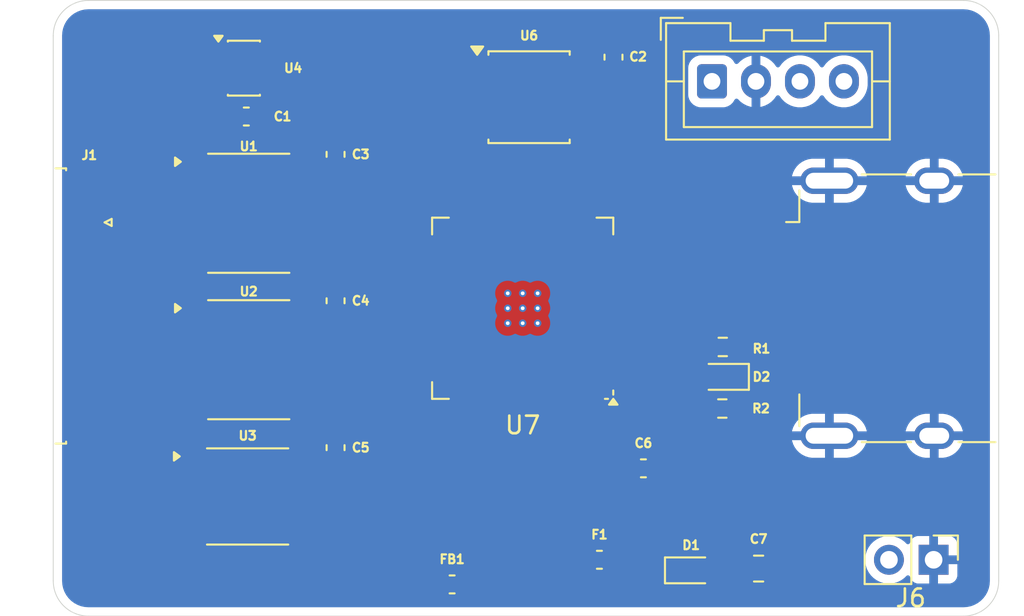
<source format=kicad_pcb>
(kicad_pcb (version 20241229) (generator "pcbnew") (generator_version "9.0")
  (layers (0 "F.Cu" signal) (2 "B.Cu" signal) (13 "F.Paste" user) (15 "B.Paste" user) (5 "F.SilkS" user "F.Silkscreen") (7 "B.SilkS" user "B.Silkscreen") (1 "F.Mask" user) (3 "B.Mask" user) (25 "Edge.Cuts" user))
  (net 0 "")
  (net 1 "IN_G3")
  (net 2 "IN_B1")
  (net 3 "IN_PCLK")
  (net 4 "IN_G2")
  (net 5 "IN_B3")
  (net 6 "IN_R3")
  (net 7 "IN_VID_B")
  (net 8 "IN_B0")
  (net 9 "IN_B2")
  (net 10 "IN_R0")
  (net 11 "IN_VID_A")
  (net 12 "IN_R4")
  (net 13 "IN_R2")
  (net 14 "IN_B4")
  (net 15 "IN_G0")
  (net 16 "IN_G4")
  (net 17 "IN_R1")
  (net 18 "+3V3")
  (net 19 "IN_G1")
  (net 20 "IN_AUD_A")
  (net 21 "IN_AUD_C")
  (net 22 "IN_AUD_B")
  (net 23 "GND")
  (net 24 "R1")
  (net 25 "R4")
  (net 26 "R2")
  (net 27 "R3")
  (net 28 "+3.3V")
  (net 29 "R0")
  (net 30 "+5V")
  (net 31 "Net-(D1-K)")
  (net 32 "G3")
  (net 33 "B3")
  (net 34 "+5V MVS")
  (net 35 "Net-(F1-Pad1)")
  (net 36 "G4")
  (net 37 "B2")
  (net 38 "B4")
  (net 39 "B0")
  (net 40 "B1")
  (net 41 "F2")
  (net 42 "D2+")
  (net 43 "D1-")
  (net 44 "IN_F1")
  (net 45 "F1")
  (net 46 "IN_F2")
  (net 47 "AUD_A")
  (net 48 "CEC_PICO")
  (net 49 "IN_VID_C")
  (net 51 "VID_C")
  (net 52 "AUD_B")
  (net 53 "AUD_C")
  (net 54 "PCLK")
  (net 55 "D1+")
  (net 56 "SCL")
  (net 57 "SDA")
  (net 58 "D2-")
  (net 59 "Net-(J2-HPD)")
  (net 61 "D0-")
  (net 62 "CLK-")
  (net 63 "D0+")
  (net 64 "CLK+")
  (net 67 "Net-(U7-GND)")
  (net 68 "Net-(U7-DVDD-Pad10)")
  (net 83 "Net-(U7-IOVDD-Pad15)")
  (net 128 "G0")
  (net 129 "G1")
  (net 130 "G2")
  (net 143 "Net-(D2-K)")
  (footprint "Capacitor_SMD:C_0603_1608Metric" (layer "F.Cu") (at 79.3 101.6)
    (property "Reference" "C6" (at 0 -1.43 0) (layer "F.SilkS") (effects (font (size 0.5 0.5) (thickness 0.125))))
    (property "Value" "0.1u")
    (fp_line (start -0.14058 -0.51) (end 0.14058 -0.51) (stroke (width 0.12)) (layer "F.SilkS"))
    (fp_line (start -0.14058 0.51) (end 0.14058 0.51) (stroke (width 0.12)) (layer "F.SilkS"))
    (pad "1" smd roundrect (at -0.775 0) (size 0.9 0.95) (layers "F.Cu" "F.Mask" "F.Paste") (net 143 "Net-(D2-K)"))
    (pad "2" smd roundrect (at 0.775 0) (size 0.9 0.95) (layers "F.Cu" "F.Mask" "F.Paste") (net 23 "GND"))
  )
  (footprint "Connector_JST:JST_XA_B04B-XASK-1_1x04_P2.50mm_Vertical" (layer "F.Cu") (at 83.2 79.6)
    (property "Reference" "J3" (hide yes))
    (property "Value" "Conn_01x04" (hide yes))
    (fp_line (start -2.91 -3.61) (end -2.91 -2.36) (stroke (width 0.12)) (layer "F.SilkS"))
    (fp_line (start -2.61 -3.31) (end -2.61 3.31) (stroke (width 0.12)) (layer "F.SilkS"))
    (fp_line (start -2.61 0) (end -1.6 0) (stroke (width 0.12)) (layer "F.SilkS"))
    (fp_line (start -2.61 3.31) (end 10.11 3.31) (stroke (width 0.12)) (layer "F.SilkS"))
    (fp_line (start -1.66 -3.61) (end -2.91 -3.61) (stroke (width 0.12)) (layer "F.SilkS"))
    (fp_line (start -1.6 -1.7) (end -1.6 2.6) (stroke (width 0.12)) (layer "F.SilkS"))
    (fp_line (start -1.6 2.6) (end 9.1 2.6) (stroke (width 0.12)) (layer "F.SilkS"))
    (fp_line (start 1.05 -3.31) (end -2.61 -3.31) (stroke (width 0.12)) (layer "F.SilkS"))
    (fp_line (start 1.05 -2.31) (end 1.05 -3.31) (stroke (width 0.12)) (layer "F.SilkS"))
    (fp_line (start 2.95 -2.91) (end 2.95 -2.31) (stroke (width 0.12)) (layer "F.SilkS"))
    (fp_line (start 2.95 -2.31) (end 1.05 -2.31) (stroke (width 0.12)) (layer "F.SilkS"))
    (fp_line (start 4.55 -2.91) (end 2.95 -2.91) (stroke (width 0.12)) (layer "F.SilkS"))
    (fp_line (start 4.55 -2.31) (end 4.55 -2.91) (stroke (width 0.12)) (layer "F.SilkS"))
    (fp_line (start 6.45 -3.31) (end 6.45 -2.31) (stroke (width 0.12)) (layer "F.SilkS"))
    (fp_line (start 6.45 -2.31) (end 4.55 -2.31) (stroke (width 0.12)) (layer "F.SilkS"))
    (fp_line (start 9.1 -1.7) (end -1.6 -1.7) (stroke (width 0.12)) (layer "F.SilkS"))
    (fp_line (start 9.1 2.6) (end 9.1 -1.7) (stroke (width 0.12)) (layer "F.SilkS"))
    (fp_line (start 10.11 -3.31) (end 6.45 -3.31) (stroke (width 0.12)) (layer "F.SilkS"))
    (fp_line (start 10.11 0) (end 9.1 0) (stroke (width 0.12)) (layer "F.SilkS"))
    (fp_line (start 10.11 3.31) (end 10.11 -3.31) (stroke (width 0.12)) (layer "F.SilkS"))
    (pad "1" thru_hole roundrect (at 0 0) (size 1.7 1.95) (drill 0.95) (layers "*.Cu" "*.Mask") (roundrect_rratio 0.147059) (net 21 "IN_AUD_C"))
    (pad "2" thru_hole oval (at 2.5 0) (size 1.7 1.95) (drill 0.95) (layers "*.Cu" "*.Mask") (net 23 "GND"))
    (pad "3" thru_hole oval (at 5 0) (size 1.7 1.95) (drill 0.95) (layers "*.Cu" "*.Mask") (net 22 "IN_AUD_B"))
    (pad "4" thru_hole oval (at 7.5 0) (size 1.7 1.95) (drill 0.95) (layers "*.Cu" "*.Mask") (net 20 "IN_AUD_A"))
  )
  (footprint "Capacitor_SMD:C_0805_2012Metric" (layer "F.Cu") (at 85.85 107.3)
    (property "Reference" "C7" (at 0 -1.68 0) (layer "F.SilkS") (effects (font (size 0.5 0.5) (thickness 0.125))))
    (property "Value" "47u" (hide yes))
    (fp_line (start -0.261252 -0.735) (end 0.261252 -0.735) (stroke (width 0.12)) (layer "F.SilkS"))
    (fp_line (start -0.261252 0.735) (end 0.261252 0.735) (stroke (width 0.12)) (layer "F.SilkS"))
    (pad "1" smd roundrect (at -0.95 0) (size 1 1.45) (layers "F.Cu" "F.Mask" "F.Paste") (net 30 "+5V"))
    (pad "2" smd roundrect (at 0.95 0) (size 1 1.45) (layers "F.Cu" "F.Mask" "F.Paste") (net 23 "GND"))
  )
  (footprint "Resistor_SMD:R_0603_1608Metric" (layer "F.Cu") (at 83.8125 94.7)
    (property "Reference" "R1" (at 2.2 0.1 0) (layer "F.SilkS") (effects (font (size 0.5 0.5) (thickness 0.125))))
    (property "Value" "27K" (hide yes))
    (fp_line (start -0.237258 -0.5225) (end 0.237258 -0.5225) (stroke (width 0.12)) (layer "F.SilkS"))
    (fp_line (start -0.237258 0.5225) (end 0.237258 0.5225) (stroke (width 0.12)) (layer "F.SilkS"))
    (pad "1" smd roundrect (at -0.825 0) (size 0.8 0.95) (layers "F.Cu" "F.Mask" "F.Paste") (net 18 "+3V3"))
    (pad "2" smd roundrect (at 0.825 0) (size 0.8 0.95) (layers "F.Cu" "F.Mask" "F.Paste") (net 48 "CEC_PICO"))
  )
  (footprint "Package_SO:TSSOP-14_4.4x5mm_P0.65mm" (layer "F.Cu") (at 72.8 80.5)
    (property "Reference" "U6" (at 0 -3.5 0) (layer "F.SilkS") (effects (font (size 0.5 0.5) (thickness 0.125))))
    (property "Value" "SN74LVC126A" (hide yes))
    (fp_line (start -2.31 -2.61) (end 2.31 -2.61) (stroke (width 0.12)) (layer "F.SilkS"))
    (fp_line (start -2.31 -2.41) (end -2.31 -2.61) (stroke (width 0.12)) (layer "F.SilkS"))
    (fp_line (start -2.31 2.61) (end -2.31 2.41) (stroke (width 0.12)) (layer "F.SilkS"))
    (fp_line (start 2.31 -2.61) (end 2.31 -2.41) (stroke (width 0.12)) (layer "F.SilkS"))
    (fp_line (start 2.31 2.41) (end 2.31 2.61) (stroke (width 0.12)) (layer "F.SilkS"))
    (fp_line (start 2.31 2.61) (end -2.31 2.61) (stroke (width 0.12)) (layer "F.SilkS"))
    (fp_poly (pts (xy -2.95 -2.41) (xy -3.29 -2.88) (xy -2.61 -2.88)) (stroke (width 0.12)) (fill yes) (layer "F.SilkS"))
    (pad "1" smd roundrect (at -2.8625 -1.95) (size 1.475 0.4) (layers "F.Cu" "F.Mask" "F.Paste"))
    (pad "2" smd roundrect (at -2.8625 -1.3) (size 1.475 0.4) (layers "F.Cu" "F.Mask" "F.Paste") (net 20 "IN_AUD_A"))
    (pad "3" smd roundrect (at -2.8625 -0.65) (size 1.475 0.4) (layers "F.Cu" "F.Mask" "F.Paste") (net 47 "AUD_A"))
    (pad "4" smd roundrect (at -2.8625 0) (size 1.475 0.4) (layers "F.Cu" "F.Mask" "F.Paste") (net 23 "GND"))
    (pad "5" smd roundrect (at -2.8625 0.65) (size 1.475 0.4) (layers "F.Cu" "F.Mask" "F.Paste") (net 22 "IN_AUD_B"))
    (pad "6" smd roundrect (at -2.8625 1.3) (size 1.475 0.4) (layers "F.Cu" "F.Mask" "F.Paste") (net 52 "AUD_B"))
    (pad "7" smd roundrect (at -2.8625 1.95) (size 1.475 0.4) (layers "F.Cu" "F.Mask" "F.Paste") (net 23 "GND"))
    (pad "8" smd roundrect (at 2.8625 1.95) (size 1.475 0.4) (layers "F.Cu" "F.Mask" "F.Paste") (net 53 "AUD_C"))
    (pad "9" smd roundrect (at 2.8625 1.3) (size 1.475 0.4) (layers "F.Cu" "F.Mask" "F.Paste") (net 21 "IN_AUD_C"))
    (pad "10" smd roundrect (at 2.8625 0.65) (size 1.475 0.4) (layers "F.Cu" "F.Mask" "F.Paste") (net 23 "GND"))
    (pad "11" smd roundrect (at 2.8625 0) (size 1.475 0.4) (layers "F.Cu" "F.Mask" "F.Paste"))
    (pad "12" smd roundrect (at 2.8625 -0.65) (size 1.475 0.4) (layers "F.Cu" "F.Mask" "F.Paste"))
    (pad "13" smd roundrect (at 2.8625 -1.3) (size 1.475 0.4) (layers "F.Cu" "F.Mask" "F.Paste") (net 23 "GND"))
    (pad "14" smd roundrect (at 2.8625 -1.95) (size 1.475 0.4) (layers "F.Cu" "F.Mask" "F.Paste") (net 18 "+3V3"))
  )
  (footprint "Resistor_SMD:R_0603_1608Metric" (layer "F.Cu") (at 83.7875 98.2)
    (property "Reference" "R2" (at 2.2 0 0) (layer "F.SilkS") (effects (font (size 0.5 0.5) (thickness 0.125))))
    (property "Value" "10K")
    (fp_line (start -0.237258 -0.5225) (end 0.237258 -0.5225) (stroke (width 0.12)) (layer "F.SilkS"))
    (fp_line (start -0.237258 0.5225) (end 0.237258 0.5225) (stroke (width 0.12)) (layer "F.SilkS"))
    (pad "1" smd roundrect (at -0.825 0) (size 0.8 0.95) (layers "F.Cu" "F.Mask" "F.Paste") (net 30 "+5V"))
    (pad "2" smd roundrect (at 0.825 0) (size 0.8 0.95) (layers "F.Cu" "F.Mask" "F.Paste") (net 59 "Net-(J2-HPD)"))
  )
  (footprint "Capacitor_SMD:C_0603_1608Metric" (layer "F.Cu") (at 61.8 92.075 -90)
    (property "Reference" "C4" (at 0 -1.43 180) (layer "F.SilkS") (effects (font (size 0.5 0.5) (thickness 0.125))))
    (property "Value" "0.1u" (hide yes))
    (fp_line (start -0.14058 0.51) (end 0.14058 0.51) (stroke (width 0.12)) (layer "F.SilkS"))
    (fp_line (start -0.14058 -0.51) (end 0.14058 -0.51) (stroke (width 0.12)) (layer "F.SilkS"))
    (pad "1" smd roundrect (at -0.775 0 270) (size 0.9 0.95) (layers "F.Cu" "F.Mask" "F.Paste") (net 28 "+3.3V"))
    (pad "2" smd roundrect (at 0.775 0 270) (size 0.9 0.95) (layers "F.Cu" "F.Mask" "F.Paste") (net 23 "GND"))
  )
  (footprint "Diode_SMD:D_0603_1608Metric" (layer "F.Cu") (at 83.8125 96.4 180)
    (property "Reference" "D2" (at -2.2 0 0) (layer "F.SilkS") (effects (font (size 0.5 0.5) (thickness 0.125))))
    (property "Value" "SS14" (hide yes))
    (fp_line (start 0.8 -0.735) (end -1.485 -0.735) (stroke (width 0.12)) (layer "F.SilkS"))
    (fp_line (start -1.485 0.735) (end 0.8 0.735) (stroke (width 0.12)) (layer "F.SilkS"))
    (fp_line (start -1.485 -0.735) (end -1.485 0.735) (stroke (width 0.12)) (layer "F.SilkS"))
    (pad "1" smd roundrect (at -0.7875 0 180) (size 0.875 0.95) (layers "F.Cu" "F.Mask" "F.Paste") (net 143 "Net-(D2-K)"))
    (pad "2" smd roundrect (at 0.7875 0 180) (size 0.875 0.95) (layers "F.Cu" "F.Mask" "F.Paste") (net 30 "+5V"))
  )
  (footprint "Package_SO:TSSOP-16_4.4x5mm_P0.65mm" (layer "F.Cu") (at 56.8 103.2)
    (property "Reference" "U3" (at 0 -3.45 0) (layer "F.SilkS") (effects (font (size 0.5 0.5) (thickness 0.125))))
    (property "Value" "SN74LVC8T245" (hide yes))
    (fp_line (start -2.31 -2.735) (end 2.31 -2.735) (stroke (width 0.12)) (layer "F.SilkS"))
    (fp_line (start 2.31 2.735) (end -2.31 2.735) (stroke (width 0.12)) (layer "F.SilkS"))
    (fp_poly (pts (xy -3.86 -2.28) (xy -4.19 -2.04) (xy -4.19 -2.52)) (stroke (width 0.12)) (fill yes) (layer "F.SilkS"))
    (pad "1" smd roundrect (at -2.8625 -2.275) (size 1.475 0.4) (layers "F.Cu" "F.Mask" "F.Paste") (net 28 "+3.3V"))
    (pad "2" smd roundrect (at -2.8625 -1.625) (size 1.475 0.4) (layers "F.Cu" "F.Mask" "F.Paste") (net 11 "IN_VID_A"))
    (pad "3" smd roundrect (at -2.8625 -0.975) (size 1.475 0.4) (layers "F.Cu" "F.Mask" "F.Paste") (net 7 "IN_VID_B"))
    (pad "4" smd roundrect (at -2.8625 -0.325) (size 1.475 0.4) (layers "F.Cu" "F.Mask" "F.Paste") (net 44 "IN_F1"))
    (pad "5" smd roundrect (at -2.8625 0.325) (size 1.475 0.4) (layers "F.Cu" "F.Mask" "F.Paste") (net 46 "IN_F2"))
    (pad "6" smd roundrect (at -2.8625 0.975) (size 1.475 0.4) (layers "F.Cu" "F.Mask" "F.Paste"))
    (pad "7" smd roundrect (at -2.8625 1.625) (size 1.475 0.4) (layers "F.Cu" "F.Mask" "F.Paste"))
    (pad "8" smd roundrect (at -2.8625 2.275) (size 1.475 0.4) (layers "F.Cu" "F.Mask" "F.Paste"))
    (pad "9" smd roundrect (at 2.8625 2.275) (size 1.475 0.4) (layers "F.Cu" "F.Mask" "F.Paste"))
    (pad "10" smd roundrect (at 2.8625 1.625) (size 1.475 0.4) (layers "F.Cu" "F.Mask" "F.Paste") (net 23 "GND"))
    (pad "11" smd roundrect (at 2.8625 0.975) (size 1.475 0.4) (layers "F.Cu" "F.Mask" "F.Paste"))
    (pad "12" smd roundrect (at 2.8625 0.325) (size 1.475 0.4) (layers "F.Cu" "F.Mask" "F.Paste"))
    (pad "13" smd roundrect (at 2.8625 -0.325) (size 1.475 0.4) (layers "F.Cu" "F.Mask" "F.Paste"))
    (pad "14" smd roundrect (at 2.8625 -0.975) (size 1.475 0.4) (layers "F.Cu" "F.Mask" "F.Paste"))
    (pad "15" smd roundrect (at 2.8625 -1.625) (size 1.475 0.4) (layers "F.Cu" "F.Mask" "F.Paste") (net 41 "F2"))
    (pad "16" smd roundrect (at 2.8625 -2.275) (size 1.475 0.4) (layers "F.Cu" "F.Mask" "F.Paste") (net 45 "F1"))
  )
  (footprint "Package_SO:TSSOP-20_4.4x6.5mm_P0.65mm" (layer "F.Cu") (at 56.8625 95.425)
    (property "Reference" "U2" (at 0 -3.875 0) (layer "F.SilkS") (effects (font (size 0.5 0.5) (thickness 0.125))))
    (property "Value" "SN74LVC8T245" (hide yes))
    (fp_line (start -2.31 -3.385) (end 2.31 -3.385) (stroke (width 0.12)) (layer "F.SilkS"))
    (fp_line (start 2.31 3.385) (end -2.31 3.385) (stroke (width 0.12)) (layer "F.SilkS"))
    (fp_poly (pts (xy -3.86 -2.93) (xy -4.19 -2.69) (xy -4.19 -3.17)) (stroke (width 0.12)) (fill yes) (layer "F.SilkS"))
    (pad "1" smd roundrect (at -2.8625 -2.925) (size 1.475 0.4) (layers "F.Cu" "F.Mask" "F.Paste") (net 28 "+3.3V"))
    (pad "2" smd roundrect (at -2.8625 -2.275) (size 1.475 0.4) (layers "F.Cu" "F.Mask" "F.Paste") (net 1 "IN_G3"))
    (pad "3" smd roundrect (at -2.8625 -1.625) (size 1.475 0.4) (layers "F.Cu" "F.Mask" "F.Paste") (net 16 "IN_G4"))
    (pad "4" smd roundrect (at -2.8625 -0.975) (size 1.475 0.4) (layers "F.Cu" "F.Mask" "F.Paste") (net 8 "IN_B0"))
    (pad "5" smd roundrect (at -2.8625 -0.325) (size 1.475 0.4) (layers "F.Cu" "F.Mask" "F.Paste") (net 2 "IN_B1"))
    (pad "6" smd roundrect (at -2.8625 0.325) (size 1.475 0.4) (layers "F.Cu" "F.Mask" "F.Paste") (net 9 "IN_B2"))
    (pad "7" smd roundrect (at -2.8625 0.975) (size 1.475 0.4) (layers "F.Cu" "F.Mask" "F.Paste") (net 5 "IN_B3"))
    (pad "8" smd roundrect (at -2.8625 1.625) (size 1.475 0.4) (layers "F.Cu" "F.Mask" "F.Paste") (net 14 "IN_B4"))
    (pad "9" smd roundrect (at -2.8625 2.275) (size 1.475 0.4) (layers "F.Cu" "F.Mask" "F.Paste"))
    (pad "10" smd roundrect (at -2.8625 2.925) (size 1.475 0.4) (layers "F.Cu" "F.Mask" "F.Paste") (net 23 "GND"))
    (pad "11" smd roundrect (at 2.8625 2.925) (size 1.475 0.4) (layers "F.Cu" "F.Mask" "F.Paste"))
    (pad "12" smd roundrect (at 2.8625 2.275) (size 1.475 0.4) (layers "F.Cu" "F.Mask" "F.Paste") (net 38 "B4"))
    (pad "13" smd roundrect (at 2.8625 1.625) (size 1.475 0.4) (layers "F.Cu" "F.Mask" "F.Paste") (net 33 "B3"))
    (pad "14" smd roundrect (at 2.8625 0.975) (size 1.475 0.4) (layers "F.Cu" "F.Mask" "F.Paste") (net 37 "B2"))
    (pad "15" smd roundrect (at 2.8625 0.325) (size 1.475 0.4) (layers "F.Cu" "F.Mask" "F.Paste") (net 40 "B1"))
    (pad "16" smd roundrect (at 2.8625 -0.325) (size 1.475 0.4) (layers "F.Cu" "F.Mask" "F.Paste") (net 39 "B0"))
    (pad "17" smd roundrect (at 2.8625 -0.975) (size 1.475 0.4) (layers "F.Cu" "F.Mask" "F.Paste") (net 36 "G4"))
    (pad "18" smd roundrect (at 2.8625 -1.625) (size 1.475 0.4) (layers "F.Cu" "F.Mask" "F.Paste") (net 32 "G3"))
    (pad "19" smd roundrect (at 2.8625 -2.275) (size 1.475 0.4) (layers "F.Cu" "F.Mask" "F.Paste") (net 23 "GND"))
    (pad "20" smd roundrect (at 2.8625 -2.925) (size 1.475 0.4) (layers "F.Cu" "F.Mask" "F.Paste") (net 28 "+3.3V"))
  )
  (footprint "Connector_PinHeader_2.54mm:PinHeader_1x02_P2.54mm_Vertical" (layer "F.Cu") (at 95.8 106.8 -90)
    (property "Reference" "J6" (at 2.175 1.3 180) (layer "F.SilkS"))
    (property "Value" "Conn_01x02_Pin" (hide yes))
    (fp_line (start -1.38 3.92) (end 1.38 3.92) (stroke (width 0.12)) (layer "F.SilkS"))
    (fp_line (start -1.38 1.27) (end -1.38 3.92) (stroke (width 0.12)) (layer "F.SilkS"))
    (fp_line (start -1.38 1.27) (end 1.38 1.27) (stroke (width 0.12)) (layer "F.SilkS"))
    (fp_line (start 1.38 1.27) (end 1.38 3.92) (stroke (width 0.12)) (layer "F.SilkS"))
    (fp_line (start -1.38 0) (end -1.38 -1.38) (stroke (width 0.12)) (layer "F.SilkS"))
    (fp_line (start -1.38 -1.38) (end 0 -1.38) (stroke (width 0.12)) (layer "F.SilkS"))
    (pad "1" thru_hole rect (at 0 0 270) (size 1.7 1.7) (drill 1) (layers "*.Cu" "*.Mask") (net 23 "GND"))
    (pad "2" thru_hole circle (at 0 2.54 270) (size 1.7 1.7) (drill 1) (layers "*.Cu" "*.Mask") (net 30 "+5V"))
  )
  (footprint "Diode_SMD:D_0603_1608Metric" (layer "F.Cu") (at 82.0125 107.4)
    (property "Reference" "D1" (at 0 -1.43 0) (layer "F.SilkS") (effects (font (size 0.5 0.5) (thickness 0.125))))
    (property "Value" "SS14" (hide yes))
    (fp_line (start -1.485 -0.735) (end -1.485 0.735) (stroke (width 0.12)) (layer "F.SilkS"))
    (fp_line (start -1.485 0.735) (end 0.8 0.735) (stroke (width 0.12)) (layer "F.SilkS"))
    (fp_line (start 0.8 -0.735) (end -1.485 -0.735) (stroke (width 0.12)) (layer "F.SilkS"))
    (pad "1" smd roundrect (at -0.7875 0) (size 0.875 0.95) (layers "F.Cu" "F.Mask" "F.Paste") (net 31 "Net-(D1-K)"))
    (pad "2" smd roundrect (at 0.7875 0) (size 0.875 0.95) (layers "F.Cu" "F.Mask" "F.Paste") (net 34 "+5V MVS"))
  )
  (footprint "Capacitor_SMD:C_0603_1608Metric" (layer "F.Cu") (at 61.8 83.75 -90)
    (property "Reference" "C3" (at 0 -1.43 180) (layer "F.SilkS") (effects (font (size 0.5 0.5) (thickness 0.125))))
    (property "Value" "0.1u" (hide yes))
    (fp_line (start -0.14058 0.51) (end 0.14058 0.51) (stroke (width 0.12)) (layer "F.SilkS"))
    (fp_line (start -0.14058 -0.51) (end 0.14058 -0.51) (stroke (width 0.12)) (layer "F.SilkS"))
    (pad "1" smd roundrect (at -0.775 0 270) (size 0.9 0.95) (layers "F.Cu" "F.Mask" "F.Paste") (net 28 "+3.3V"))
    (pad "2" smd roundrect (at 0.775 0 270) (size 0.9 0.95) (layers "F.Cu" "F.Mask" "F.Paste") (net 23 "GND"))
  )
  (footprint "Capacitor_SMD:C_0603_1608Metric" (layer "F.Cu") (at 61.8 100.425 -90)
    (property "Reference" "C5" (at 0 -1.43 180) (layer "F.SilkS") (effects (font (size 0.5 0.5) (thickness 0.125))))
    (property "Value" "0.1u" (hide yes))
    (fp_line (start -0.14058 0.51) (end 0.14058 0.51) (stroke (width 0.12)) (layer "F.SilkS"))
    (fp_line (start -0.14058 -0.51) (end 0.14058 -0.51) (stroke (width 0.12)) (layer "F.SilkS"))
    (pad "1" smd roundrect (at -0.775 0 270) (size 0.9 0.95) (layers "F.Cu" "F.Mask" "F.Paste") (net 28 "+3.3V"))
    (pad "2" smd roundrect (at 0.775 0 270) (size 0.9 0.95) (layers "F.Cu" "F.Mask" "F.Paste") (net 23 "GND"))
  )
  (footprint "Capacitor_SMD:C_0603_1608Metric" (layer "F.Cu") (at 68.425 108.2)
    (property "Reference" "FB1" (at 0 -1.43 0) (layer "F.SilkS") (effects (font (size 0.5 0.5) (thickness 0.125))))
    (property "Value" "FerriteBead" (hide yes))
    (fp_line (start -0.14058 -0.51) (end 0.14058 -0.51) (stroke (width 0.12)) (layer "F.SilkS"))
    (fp_line (start -0.14058 0.51) (end 0.14058 0.51) (stroke (width 0.12)) (layer "F.SilkS"))
    (pad "1" smd roundrect (at -0.775 0) (size 0.9 0.95) (layers "F.Cu" "F.Mask" "F.Paste") (net 31 "Net-(D1-K)"))
    (pad "2" smd roundrect (at 0.775 0) (size 0.9 0.95) (layers "F.Cu" "F.Mask" "F.Paste") (net 35 "Net-(F1-Pad1)"))
  )
  (footprint "Package_TO_SOT_SMD:SOT-23-6" (layer "F.Cu") (at 56.5875 78.85)
    (property "Reference" "U4" (at 2.8 0 0) (layer "F.SilkS") (effects (font (size 0.5 0.5) (thickness 0.125))))
    (property "Value" "74LVC2G17" (hide yes))
    (fp_line (start -0.91 -1.56) (end 0.91 -1.56) (stroke (width 0.12)) (layer "F.SilkS"))
    (fp_line (start -0.91 -1.51) (end -0.91 -1.56) (stroke (width 0.12)) (layer "F.SilkS"))
    (fp_line (start -0.91 1.56) (end -0.91 1.51) (stroke (width 0.12)) (layer "F.SilkS"))
    (fp_line (start 0.91 -1.56) (end 0.91 -1.51) (stroke (width 0.12)) (layer "F.SilkS"))
    (fp_line (start 0.91 1.51) (end 0.91 1.56) (stroke (width 0.12)) (layer "F.SilkS"))
    (fp_line (start 0.91 1.56) (end -0.91 1.56) (stroke (width 0.12)) (layer "F.SilkS"))
    (fp_poly (pts (xy -1.45 -1.51) (xy -1.69 -1.84) (xy -1.21 -1.84)) (stroke (width 0.12)) (fill yes) (layer "F.SilkS"))
    (pad "1" smd roundrect (at -1.1375 -0.95) (size 1.325 0.6) (layers "F.Cu" "F.Mask" "F.Paste") (net 3 "IN_PCLK"))
    (pad "2" smd roundrect (at -1.1375 0) (size 1.325 0.6) (layers "F.Cu" "F.Mask" "F.Paste") (net 23 "GND"))
    (pad "3" smd roundrect (at -1.1375 0.95) (size 1.325 0.6) (layers "F.Cu" "F.Mask" "F.Paste") (net 49 "IN_VID_C"))
    (pad "4" smd roundrect (at 1.1375 0.95) (size 1.325 0.6) (layers "F.Cu" "F.Mask" "F.Paste") (net 51 "VID_C"))
    (pad "5" smd roundrect (at 1.1375 0) (size 1.325 0.6) (layers "F.Cu" "F.Mask" "F.Paste") (net 18 "+3V3"))
    (pad "6" smd roundrect (at 1.1375 -0.95) (size 1.325 0.6) (layers "F.Cu" "F.Mask" "F.Paste") (net 54 "PCLK"))
  )
  (footprint "Package_SO:TSSOP-20_4.4x6.5mm_P0.65mm" (layer "F.Cu") (at 56.8625 87.1)
    (property "Reference" "U1" (at 0 -3.8 0) (layer "F.SilkS") (effects (font (size 0.5 0.5) (thickness 0.125))))
    (property "Value" "SN74LVC8T245" (hide yes))
    (fp_line (start -2.31 -3.385) (end 2.31 -3.385) (stroke (width 0.12)) (layer "F.SilkS"))
    (fp_line (start 2.31 3.385) (end -2.31 3.385) (stroke (width 0.12)) (layer "F.SilkS"))
    (fp_poly (pts (xy -3.86 -2.93) (xy -4.19 -2.69) (xy -4.19 -3.17)) (stroke (width 0.12)) (fill yes) (layer "F.SilkS"))
    (pad "1" smd roundrect (at -2.8625 -2.925) (size 1.475 0.4) (layers "F.Cu" "F.Mask" "F.Paste") (net 28 "+3.3V"))
    (pad "2" smd roundrect (at -2.8625 -2.275) (size 1.475 0.4) (layers "F.Cu" "F.Mask" "F.Paste") (net 10 "IN_R0"))
    (pad "3" smd roundrect (at -2.8625 -1.625) (size 1.475 0.4) (layers "F.Cu" "F.Mask" "F.Paste") (net 17 "IN_R1"))
    (pad "4" smd roundrect (at -2.8625 -0.975) (size 1.475 0.4) (layers "F.Cu" "F.Mask" "F.Paste") (net 13 "IN_R2"))
    (pad "5" smd roundrect (at -2.8625 -0.325) (size 1.475 0.4) (layers "F.Cu" "F.Mask" "F.Paste") (net 6 "IN_R3"))
    (pad "6" smd roundrect (at -2.8625 0.325) (size 1.475 0.4) (layers "F.Cu" "F.Mask" "F.Paste") (net 12 "IN_R4"))
    (pad "7" smd roundrect (at -2.8625 0.975) (size 1.475 0.4) (layers "F.Cu" "F.Mask" "F.Paste") (net 15 "IN_G0"))
    (pad "8" smd roundrect (at -2.8625 1.625) (size 1.475 0.4) (layers "F.Cu" "F.Mask" "F.Paste") (net 19 "IN_G1"))
    (pad "9" smd roundrect (at -2.8625 2.275) (size 1.475 0.4) (layers "F.Cu" "F.Mask" "F.Paste") (net 4 "IN_G2"))
    (pad "10" smd roundrect (at -2.8625 2.925) (size 1.475 0.4) (layers "F.Cu" "F.Mask" "F.Paste") (net 23 "GND"))
    (pad "11" smd roundrect (at 2.8625 2.925) (size 1.475 0.4) (layers "F.Cu" "F.Mask" "F.Paste") (net 130 "G2"))
    (pad "12" smd roundrect (at 2.8625 2.275) (size 1.475 0.4) (layers "F.Cu" "F.Mask" "F.Paste") (net 129 "G1"))
    (pad "13" smd roundrect (at 2.8625 1.625) (size 1.475 0.4) (layers "F.Cu" "F.Mask" "F.Paste") (net 128 "G0"))
    (pad "14" smd roundrect (at 2.8625 0.975) (size 1.475 0.4) (layers "F.Cu" "F.Mask" "F.Paste") (net 25 "R4"))
    (pad "15" smd roundrect (at 2.8625 0.325) (size 1.475 0.4) (layers "F.Cu" "F.Mask" "F.Paste") (net 27 "R3"))
    (pad "16" smd roundrect (at 2.8625 -0.325) (size 1.475 0.4) (layers "F.Cu" "F.Mask" "F.Paste") (net 26 "R2"))
    (pad "17" smd roundrect (at 2.8625 -0.975) (size 1.475 0.4) (layers "F.Cu" "F.Mask" "F.Paste") (net 24 "R1"))
    (pad "18" smd roundrect (at 2.8625 -1.625) (size 1.475 0.4) (layers "F.Cu" "F.Mask" "F.Paste") (net 29 "R0"))
    (pad "19" smd roundrect (at 2.8625 -2.275) (size 1.475 0.4) (layers "F.Cu" "F.Mask" "F.Paste") (net 23 "GND"))
    (pad "20" smd roundrect (at 2.8625 -2.925) (size 1.475 0.4) (layers "F.Cu" "F.Mask" "F.Paste") (net 28 "+3.3V"))
  )
  (footprint "Connector_Video:HDMI_A_Molex_208658-1001_Horizontal" (layer "F.Cu") (at 92.4 92.5)
    (property "Reference" "J2" (hide yes))
    (property "Value" "HDMI_A" (hide yes))
    (fp_line (start -4.985 -4.9) (end -4.235 -4.9) (stroke (width 0.12)) (layer "F.SilkS"))
    (fp_line (start -4.235 -4.9) (end -4.235 -6.7) (stroke (width 0.12)) (layer "F.SilkS"))
    (fp_line (start -4.235 6.7) (end -4.235 4.9) (stroke (width 0.12)) (layer "F.SilkS"))
    (fp_line (start -0.685 -7.61) (end 2.115 -7.61) (stroke (width 0.12)) (layer "F.SilkS"))
    (fp_line (start -0.685 7.61) (end 2.115 7.61) (stroke (width 0.12)) (layer "F.SilkS"))
    (fp_line (start 4.815 -7.61) (end 6.915 -7.61) (stroke (width 0.12)) (layer "F.SilkS"))
    (fp_line (start 4.815 7.61) (end 6.915 7.61) (stroke (width 0.12)) (layer "F.SilkS"))
    (pad "1" smd rect (at -3.285 -4.5) (size 2.6 0.3) (layers "F.Cu" "F.Mask" "F.Paste") (net 42 "D2+"))
    (pad "2" smd rect (at -3.285 -4) (size 2.6 0.3) (layers "F.Cu" "F.Mask" "F.Paste") (net 23 "GND"))
    (pad "3" smd rect (at -3.285 -3.5) (size 2.6 0.3) (layers "F.Cu" "F.Mask" "F.Paste") (net 58 "D2-"))
    (pad "4" smd rect (at -3.285 -3) (size 2.6 0.3) (layers "F.Cu" "F.Mask" "F.Paste") (net 55 "D1+"))
    (pad "5" smd rect (at -3.285 -2.5) (size 2.6 0.3) (layers "F.Cu" "F.Mask" "F.Paste") (net 23 "GND"))
    (pad "6" smd rect (at -3.285 -2) (size 2.6 0.3) (layers "F.Cu" "F.Mask" "F.Paste") (net 43 "D1-"))
    (pad "7" smd rect (at -3.285 -1.5) (size 2.6 0.3) (layers "F.Cu" "F.Mask" "F.Paste") (net 63 "D0+"))
    (pad "8" smd rect (at -3.285 -1) (size 2.6 0.3) (layers "F.Cu" "F.Mask" "F.Paste") (net 23 "GND"))
    (pad "9" smd rect (at -3.285 -0.5) (size 2.6 0.3) (layers "F.Cu" "F.Mask" "F.Paste") (net 61 "D0-"))
    (pad "10" smd rect (at -3.285 0) (size 2.6 0.3) (layers "F.Cu" "F.Mask" "F.Paste") (net 64 "CLK+"))
    (pad "11" smd rect (at -3.285 0.5) (size 2.6 0.3) (layers "F.Cu" "F.Mask" "F.Paste") (net 23 "GND"))
    (pad "12" smd rect (at -3.285 1) (size 2.6 0.3) (layers "F.Cu" "F.Mask" "F.Paste") (net 62 "CLK-"))
    (pad "13" smd rect (at -3.285 1.5) (size 2.6 0.3) (layers "F.Cu" "F.Mask" "F.Paste") (net 48 "CEC_PICO"))
    (pad "14" smd rect (at -3.285 2) (size 2.6 0.3) (layers "F.Cu" "F.Mask" "F.Paste"))
    (pad "15" smd rect (at -3.285 2.5) (size 2.6 0.3) (layers "F.Cu" "F.Mask" "F.Paste") (net 56 "SCL"))
    (pad "16" smd rect (at -3.285 3) (size 2.6 0.3) (layers "F.Cu" "F.Mask" "F.Paste") (net 57 "SDA"))
    (pad "17" smd rect (at -3.285 3.5) (size 2.6 0.3) (layers "F.Cu" "F.Mask" "F.Paste") (net 23 "GND"))
    (pad "18" smd rect (at -3.285 4) (size 2.6 0.3) (layers "F.Cu" "F.Mask" "F.Paste") (net 143 "Net-(D2-K)"))
    (pad "19" smd rect (at -3.285 4.5) (size 2.6 0.3) (layers "F.Cu" "F.Mask" "F.Paste") (net 59 "Net-(J2-HPD)"))
    (pad "SH" thru_hole oval (at -2.525 -7.25) (size 3.3 1.5) (drill oval 2.7 0.9) (layers "*.Cu" "*.Mask") (net 23 "GND"))
    (pad "SH" thru_hole oval (at -2.525 7.25) (size 3.3 1.5) (drill oval 2.7 0.9) (layers "*.Cu" "*.Mask") (net 23 "GND"))
    (pad "SH" thru_hole oval (at 3.435 -7.25) (size 2.3 1.5) (drill oval 1.7 0.9) (layers "*.Cu" "*.Mask") (net 23 "GND"))
    (pad "SH" thru_hole oval (at 3.435 7.25) (size 2.3 1.5) (drill oval 1.7 0.9) (layers "*.Cu" "*.Mask") (net 23 "GND"))
  )
  (footprint "rpi-lib-kicad-rp235x:QFN-80-1EP_10x10mm_P0.4mm_EP3.4x3.4mm_ThermalVias" (layer "F.Cu") (at 72.4375 92.5 180)
    (property "Reference" "U7" (at 0 -6.65 180) (layer "F.SilkS"))
    (property "Value" "RP2350B" (hide yes))
    (fp_line (start 5.15 5.15) (end 5.15 4.2) (stroke (width 0.12)) (layer "F.SilkS"))
    (fp_line (start 5.15 -5.15) (end 5.15 -4.2) (stroke (width 0.12)) (layer "F.SilkS"))
    (fp_line (start 4.2 5.15) (end 5.15 5.15) (stroke (width 0.12)) (layer "F.SilkS"))
    (fp_line (start 4.2 -5.15) (end 5.15 -5.15) (stroke (width 0.12)) (layer "F.SilkS"))
    (fp_line (start -4.2 5.15) (end -5.15 5.15) (stroke (width 0.12)) (layer "F.SilkS"))
    (fp_line (start -4.675 -5.15) (end -4.85 -5.15) (stroke (width 0.12)) (layer "F.SilkS"))
    (fp_line (start -5.15 5.15) (end -5.15 4.2) (stroke (width 0.12)) (layer "F.SilkS"))
    (fp_line (start -5.15 -4.675) (end -5.15 -4.91) (stroke (width 0.12)) (layer "F.SilkS"))
    (fp_poly (pts (xy -5.15 -5.15) (xy -5.39 -5.48) (xy -4.91 -5.48) (xy -5.15 -5.15)) (stroke (width 0.12)) (fill yes) (layer "F.SilkS"))
    (pad "1" smd oval (at -4.897 -3.8 270) (size 0.22 0.78) (layers "F.Cu" "F.Mask" "F.Paste"))
    (pad "2" smd oval (at -4.897 -3.4 270) (size 0.22 0.78) (layers "F.Cu" "F.Mask" "F.Paste"))
    (pad "3" smd oval (at -4.897 -3 270) (size 0.22 0.78) (layers "F.Cu" "F.Mask" "F.Paste"))
    (pad "4" smd oval (at -4.897 -2.6 270) (size 0.22 0.78) (layers "F.Cu" "F.Mask" "F.Paste"))
    (pad "5" smd oval (at -4.897 -2.2 270) (size 0.22 0.78) (layers "F.Cu" "F.Mask" "F.Paste") (net 83 "Net-(U7-IOVDD-Pad15)"))
    (pad "6" smd oval (at -4.897 -1.8 270) (size 0.22 0.78) (layers "F.Cu" "F.Mask" "F.Paste"))
    (pad "7" smd oval (at -4.897 -1.4 270) (size 0.22 0.78) (layers "F.Cu" "F.Mask" "F.Paste"))
    (pad "8" smd oval (at -4.897 -1 270) (size 0.22 0.78) (layers "F.Cu" "F.Mask" "F.Paste"))
    (pad "9" smd oval (at -4.897 -0.6 270) (size 0.22 0.78) (layers "F.Cu" "F.Mask" "F.Paste"))
    (pad "10" smd oval (at -4.897 -0.2 270) (size 0.22 0.78) (layers "F.Cu" "F.Mask" "F.Paste") (net 68 "Net-(U7-DVDD-Pad10)"))
    (pad "11" smd oval (at -4.897 0.2 270) (size 0.22 0.78) (layers "F.Cu" "F.Mask" "F.Paste") (net 62 "CLK-"))
    (pad "12" smd oval (at -4.897 0.6 270) (size 0.22 0.78) (layers "F.Cu" "F.Mask" "F.Paste") (net 64 "CLK+"))
    (pad "13" smd oval (at -4.897 1 270) (size 0.22 0.78) (layers "F.Cu" "F.Mask" "F.Paste") (net 61 "D0-"))
    (pad "14" smd oval (at -4.897 1.4 270) (size 0.22 0.78) (layers "F.Cu" "F.Mask" "F.Paste") (net 63 "D0+"))
    (pad "15" smd oval (at -4.897 1.8 270) (size 0.22 0.78) (layers "F.Cu" "F.Mask" "F.Paste") (net 83 "Net-(U7-IOVDD-Pad15)"))
    (pad "16" smd oval (at -4.897 2.2 270) (size 0.22 0.78) (layers "F.Cu" "F.Mask" "F.Paste") (net 43 "D1-"))
    (pad "17" smd oval (at -4.897 2.6 270) (size 0.22 0.78) (layers "F.Cu" "F.Mask" "F.Paste") (net 55 "D1+"))
    (pad "18" smd oval (at -4.897 3 270) (size 0.22 0.78) (layers "F.Cu" "F.Mask" "F.Paste") (net 58 "D2-"))
    (pad "19" smd oval (at -4.897 3.4 270) (size 0.22 0.78) (layers "F.Cu" "F.Mask" "F.Paste") (net 42 "D2+"))
    (pad "20" smd oval (at -4.897 3.8 270) (size 0.22 0.78) (layers "F.Cu" "F.Mask" "F.Paste"))
    (pad "21" smd oval (at -3.8 4.897 180) (size 0.22 0.78) (layers "F.Cu" "F.Mask" "F.Paste"))
    (pad "22" smd oval (at -3.4 4.897 180) (size 0.22 0.78) (layers "F.Cu" "F.Mask" "F.Paste"))
    (pad "23" smd oval (at -3 4.897 180) (size 0.22 0.78) (layers "F.Cu" "F.Mask" "F.Paste"))
    (pad "24" smd oval (at -2.6 4.897 180) (size 0.22 0.78) (layers "F.Cu" "F.Mask" "F.Paste") (net 83 "Net-(U7-IOVDD-Pad15)"))
    (pad "25" smd oval (at -2.2 4.897 180) (size 0.22 0.78) (layers "F.Cu" "F.Mask" "F.Paste"))
    (pad "26" smd oval (at -1.8 4.897 180) (size 0.22 0.78) (layers "F.Cu" "F.Mask" "F.Paste"))
    (pad "27" smd oval (at -1.4 4.897 180) (size 0.22 0.78) (layers "F.Cu" "F.Mask" "F.Paste"))
    (pad "28" smd oval (at -1 4.897 180) (size 0.22 0.78) (layers "F.Cu" "F.Mask" "F.Paste"))
    (pad "29" smd oval (at -0.6 4.897 180) (size 0.22 0.78) (layers "F.Cu" "F.Mask" "F.Paste") (net 83 "Net-(U7-IOVDD-Pad15)"))
    (pad "30" smd oval (at -0.2 4.897 180) (size 0.22 0.78) (layers "F.Cu" "F.Mask" "F.Paste"))
    (pad "31" smd oval (at 0.2 4.897 180) (size 0.22 0.78) (layers "F.Cu" "F.Mask" "F.Paste"))
    (pad "32" smd oval (at 0.6 4.897 180) (size 0.22 0.78) (layers "F.Cu" "F.Mask" "F.Paste") (net 68 "Net-(U7-DVDD-Pad10)"))
    (pad "33" smd oval (at 1 4.897 180) (size 0.22 0.78) (layers "F.Cu" "F.Mask" "F.Paste"))
    (pad "34" smd oval (at 1.4 4.897 180) (size 0.22 0.78) (layers "F.Cu" "F.Mask" "F.Paste"))
    (pad "35" smd oval (at 1.8 4.897 180) (size 0.22 0.78) (layers "F.Cu" "F.Mask" "F.Paste"))
    (pad "36" smd oval (at 2.2 4.897 180) (size 0.22 0.78) (layers "F.Cu" "F.Mask" "F.Paste"))
    (pad "37" smd oval (at 2.6 4.897 180) (size 0.22 0.78) (layers "F.Cu" "F.Mask" "F.Paste"))
    (pad "38" smd oval (at 3 4.897 180) (size 0.22 0.78) (layers "F.Cu" "F.Mask" "F.Paste"))
    (pad "39" smd oval (at 3.4 4.897 180) (size 0.22 0.78) (layers "F.Cu" "F.Mask" "F.Paste"))
    (pad "40" smd oval (at 3.8 4.897 180) (size 0.22 0.78) (layers "F.Cu" "F.Mask" "F.Paste"))
    (pad "41" smd oval (at 4.897 3.8 270) (size 0.22 0.78) (layers "F.Cu" "F.Mask" "F.Paste") (net 83 "Net-(U7-IOVDD-Pad15)"))
    (pad "42" smd oval (at 4.897 3.4 270) (size 0.22 0.78) (layers "F.Cu" "F.Mask" "F.Paste"))
    (pad "43" smd oval (at 4.897 3 270) (size 0.22 0.78) (layers "F.Cu" "F.Mask" "F.Paste"))
    (pad "44" smd oval (at 4.897 2.6 270) (size 0.22 0.78) (layers "F.Cu" "F.Mask" "F.Paste"))
    (pad "45" smd oval (at 4.897 2.2 270) (size 0.22 0.78) (layers "F.Cu" "F.Mask" "F.Paste"))
    (pad "46" smd oval (at 4.897 1.8 270) (size 0.22 0.78) (layers "F.Cu" "F.Mask" "F.Paste"))
    (pad "47" smd oval (at 4.897 1.4 270) (size 0.22 0.78) (layers "F.Cu" "F.Mask" "F.Paste"))
    (pad "48" smd oval (at 4.897 1 270) (size 0.22 0.78) (layers "F.Cu" "F.Mask" "F.Paste"))
    (pad "49" smd oval (at 4.897 0.6 270) (size 0.22 0.78) (layers "F.Cu" "F.Mask" "F.Paste"))
    (pad "50" smd oval (at 4.897 0.2 270) (size 0.22 0.78) (layers "F.Cu" "F.Mask" "F.Paste") (net 83 "Net-(U7-IOVDD-Pad15)"))
    (pad "51" smd oval (at 4.897 -0.2 270) (size 0.22 0.78) (layers "F.Cu" "F.Mask" "F.Paste") (net 68 "Net-(U7-DVDD-Pad10)"))
    (pad "52" smd oval (at 4.897 -0.6 270) (size 0.22 0.78) (layers "F.Cu" "F.Mask" "F.Paste"))
    (pad "53" smd oval (at 4.897 -1 270) (size 0.22 0.78) (layers "F.Cu" "F.Mask" "F.Paste"))
    (pad "54" smd oval (at 4.897 -1.4 270) (size 0.22 0.78) (layers "F.Cu" "F.Mask" "F.Paste"))
    (pad "55" smd oval (at 4.897 -1.8 270) (size 0.22 0.78) (layers "F.Cu" "F.Mask" "F.Paste"))
    (pad "56" smd oval (at 4.897 -2.2 270) (size 0.22 0.78) (layers "F.Cu" "F.Mask" "F.Paste"))
    (pad "57" smd oval (at 4.897 -2.6 270) (size 0.22 0.78) (layers "F.Cu" "F.Mask" "F.Paste"))
    (pad "58" smd oval (at 4.897 -3 270) (size 0.22 0.78) (layers "F.Cu" "F.Mask" "F.Paste"))
    (pad "59" smd oval (at 4.897 -3.4 270) (size 0.22 0.78) (layers "F.Cu" "F.Mask" "F.Paste"))
    (pad "60" smd oval (at 4.897 -3.8 270) (size 0.22 0.78) (layers "F.Cu" "F.Mask" "F.Paste") (net 83 "Net-(U7-IOVDD-Pad15)"))
    (pad "61" smd oval (at 3.8 -4.897 180) (size 0.22 0.78) (layers "F.Cu" "F.Mask" "F.Paste"))
    (pad "62" smd oval (at 3.4 -4.897 180) (size 0.22 0.78) (layers "F.Cu" "F.Mask" "F.Paste") (net 67 "Net-(U7-GND)"))
    (pad "63" smd oval (at 3 -4.897 180) (size 0.22 0.78) (layers "F.Cu" "F.Mask" "F.Paste"))
    (pad "64" smd oval (at 2.6 -4.897 180) (size 0.22 0.78) (layers "F.Cu" "F.Mask" "F.Paste"))
    (pad "65" smd oval (at 2.2 -4.897 180) (size 0.22 0.78) (layers "F.Cu" "F.Mask" "F.Paste"))
    (pad "66" smd oval (at 1.8 -4.897 180) (size 0.22 0.78) (layers "F.Cu" "F.Mask" "F.Paste"))
    (pad "67" smd oval (at 1.4 -4.897 180) (size 0.22 0.78) (layers "F.Cu" "F.Mask" "F.Paste"))
    (pad "68" smd oval (at 1 -4.897 180) (size 0.22 0.78) (layers "F.Cu" "F.Mask" "F.Paste"))
    (pad "69" smd oval (at 0.6 -4.897 180) (size 0.22 0.78) (layers "F.Cu" "F.Mask" "F.Paste"))
    (pad "70" smd oval (at 0.2 -4.897 180) (size 0.22 0.78) (layers "F.Cu" "F.Mask" "F.Paste"))
    (pad "71" smd oval (at -0.2 -4.897 180) (size 0.22 0.78) (layers "F.Cu" "F.Mask" "F.Paste"))
    (pad "72" smd oval (at -0.6 -4.897 180) (size 0.22 0.78) (layers "F.Cu" "F.Mask" "F.Paste"))
    (pad "73" smd oval (at -1 -4.897 180) (size 0.22 0.78) (layers "F.Cu" "F.Mask" "F.Paste"))
    (pad "74" smd oval (at -1.4 -4.897 180) (size 0.22 0.78) (layers "F.Cu" "F.Mask" "F.Paste"))
    (pad "75" smd oval (at -1.8 -4.897 180) (size 0.22 0.78) (layers "F.Cu" "F.Mask" "F.Paste"))
    (pad "76" smd oval (at -2.2 -4.897 180) (size 0.22 0.78) (layers "F.Cu" "F.Mask" "F.Paste") (net 83 "Net-(U7-IOVDD-Pad15)"))
    (pad "77" smd oval (at -2.6 -4.897 180) (size 0.22 0.78) (layers "F.Cu" "F.Mask" "F.Paste"))
    (pad "78" smd oval (at -3 -4.897 180) (size 0.22 0.78) (layers "F.Cu" "F.Mask" "F.Paste"))
    (pad "79" smd oval (at -3.4 -4.897 180) (size 0.22 0.78) (layers "F.Cu" "F.Mask" "F.Paste"))
    (pad "80" smd oval (at -3.8 -4.897 180) (size 0.22 0.78) (layers "F.Cu" "F.Mask" "F.Paste"))
    (pad "81" thru_hole circle (at -0.85 -0.85 180) (size 0.425 0.425) (drill 0.2125) (property pad_prop_heatsink) (layers "*.Cu" "*.Mask") (net 67 "Net-(U7-GND)"))
    (pad "81" thru_hole circle (at -0.85 0 180) (size 0.425 0.425) (drill 0.2125) (property pad_prop_heatsink) (layers "*.Cu" "*.Mask") (net 67 "Net-(U7-GND)"))
    (pad "81" thru_hole circle (at -0.85 0.85 180) (size 0.425 0.425) (drill 0.2125) (property pad_prop_heatsink) (layers "*.Cu" "*.Mask") (net 67 "Net-(U7-GND)"))
    (pad "81" thru_hole circle (at 0 -0.85 180) (size 0.425 0.425) (drill 0.2125) (property pad_prop_heatsink) (layers "*.Cu" "*.Mask") (net 67 "Net-(U7-GND)"))
    (pad "81" thru_hole circle (at 0 0 180) (size 0.425 0.425) (drill 0.2125) (property pad_prop_heatsink) (layers "*.Cu" "*.Mask") (net 67 "Net-(U7-GND)"))
    (pad "81" smd roundrect (at 0 0 180) (size 3.4 3.4) (layers "F.Cu" "F.Mask") (roundrect_rratio 0.05882352941) (net 67 "Net-(U7-GND)"))
    (pad "81" thru_hole circle (at 0 0.85 180) (size 0.425 0.425) (drill 0.2125) (property pad_prop_heatsink) (layers "*.Cu" "*.Mask") (net 67 "Net-(U7-GND)"))
    (pad "81" thru_hole circle (at 0.85 -0.85 180) (size 0.425 0.425) (drill 0.2125) (property pad_prop_heatsink) (layers "*.Cu" "*.Mask") (net 67 "Net-(U7-GND)"))
    (pad "81" thru_hole circle (at 0.85 0 180) (size 0.425 0.425) (drill 0.2125) (property pad_prop_heatsink) (layers "*.Cu" "*.Mask") (net 67 "Net-(U7-GND)"))
    (pad "81" thru_hole circle (at 0.85 0.85 180) (size 0.425 0.425) (drill 0.2125) (property pad_prop_heatsink) (layers "*.Cu" "*.Mask") (net 67 "Net-(U7-GND)"))
  )
  (footprint "Connector_FFC-FPC:TE_2-1734839-0_1x20-1MP_P0.5mm_Horizontal" (layer "F.Cu") (at 48.52 92.37 -90)
    (property "Reference" "J1" (at -8.57 0.72 0) (layer "F.SilkS") (effects (font (size 0.5 0.5) (thickness 0.125))))
    (property "Value" "Conn_02x05_Top_Bottom")
    (fp_line (start -7.825 2.04) (end -7.825 2.64) (stroke (width 0.12)) (layer "F.SilkS"))
    (fp_line (start -7.715 2.04) (end -7.825 2.04) (stroke (width 0.12)) (layer "F.SilkS"))
    (fp_line (start 7.715 2.04) (end 7.825 2.04) (stroke (width 0.12)) (layer "F.SilkS"))
    (fp_line (start 7.825 2.04) (end 7.825 2.64) (stroke (width 0.12)) (layer "F.SilkS"))
    (fp_line (start -4.75 -0.15) (end -4.55 -0.55) (stroke (width 0.12)) (layer "F.SilkS"))
    (fp_line (start -4.95 -0.55) (end -4.75 -0.15) (stroke (width 0.12)) (layer "F.SilkS"))
    (fp_line (start -4.55 -0.55) (end -4.95 -0.55) (stroke (width 0.12)) (layer "F.SilkS"))
    (pad "1" smd rect (at -4.75 -1.35 270) (size 0.3 1.1) (layers "F.Cu" "F.Mask" "F.Paste") (net 3 "IN_PCLK"))
    (pad "2" smd rect (at -4.25 -1.35 270) (size 0.3 1.1) (layers "F.Cu" "F.Mask" "F.Paste") (net 23 "GND"))
    (pad "3" smd rect (at -3.75 -1.35 270) (size 0.3 1.1) (layers "F.Cu" "F.Mask" "F.Paste") (net 49 "IN_VID_C"))
    (pad "4" smd rect (at -3.25 -1.35 270) (size 0.3 1.1) (layers "F.Cu" "F.Mask" "F.Paste") (net 10 "IN_R0"))
    (pad "5" smd rect (at -2.75 -1.35 270) (size 0.3 1.1) (layers "F.Cu" "F.Mask" "F.Paste") (net 17 "IN_R1"))
    (pad "6" smd rect (at -2.25 -1.35 270) (size 0.3 1.1) (layers "F.Cu" "F.Mask" "F.Paste") (net 13 "IN_R2"))
    (pad "7" smd rect (at -1.75 -1.35 270) (size 0.3 1.1) (layers "F.Cu" "F.Mask" "F.Paste") (net 6 "IN_R3"))
    (pad "8" smd rect (at -1.25 -1.35 270) (size 0.3 1.1) (layers "F.Cu" "F.Mask" "F.Paste") (net 12 "IN_R4"))
    (pad "9" smd rect (at -0.75 -1.35 270) (size 0.3 1.1) (layers "F.Cu" "F.Mask" "F.Paste") (net 15 "IN_G0"))
    (pad "10" smd rect (at -0.25 -1.35 270) (size 0.3 1.1) (layers "F.Cu" "F.Mask" "F.Paste") (net 19 "IN_G1"))
    (pad "11" smd rect (at 0.25 -1.35 270) (size 0.3 1.1) (layers "F.Cu" "F.Mask" "F.Paste") (net 4 "IN_G2"))
    (pad "12" smd rect (at 0.75 -1.35 270) (size 0.3 1.1) (layers "F.Cu" "F.Mask" "F.Paste") (net 1 "IN_G3"))
    (pad "13" smd rect (at 1.25 -1.35 270) (size 0.3 1.1) (layers "F.Cu" "F.Mask" "F.Paste") (net 16 "IN_G4"))
    (pad "14" smd rect (at 1.75 -1.35 270) (size 0.3 1.1) (layers "F.Cu" "F.Mask" "F.Paste") (net 8 "IN_B0"))
    (pad "15" smd rect (at 2.25 -1.35 270) (size 0.3 1.1) (layers "F.Cu" "F.Mask" "F.Paste") (net 2 "IN_B1"))
    (pad "16" smd rect (at 2.75 -1.35 270) (size 0.3 1.1) (layers "F.Cu" "F.Mask" "F.Paste") (net 9 "IN_B2"))
    (pad "17" smd rect (at 3.25 -1.35 270) (size 0.3 1.1) (layers "F.Cu" "F.Mask" "F.Paste") (net 5 "IN_B3"))
    (pad "18" smd rect (at 3.75 -1.35 270) (size 0.3 1.1) (layers "F.Cu" "F.Mask" "F.Paste") (net 14 "IN_B4"))
    (pad "19" smd rect (at 4.25 -1.35 270) (size 0.3 1.1) (layers "F.Cu" "F.Mask" "F.Paste") (net 11 "IN_VID_A"))
    (pad "20" smd rect (at 4.75 -1.35 270) (size 0.3 1.1) (layers "F.Cu" "F.Mask" "F.Paste") (net 7 "IN_VID_B"))
    (pad "MP" smd rect (at -6.42 0.35 270) (size 2.3 3.1) (layers "F.Cu" "F.Mask" "F.Paste"))
    (pad "MP" smd rect (at 6.42 0.35 270) (size 2.3 3.1) (layers "F.Cu" "F.Mask" "F.Paste"))
  )
  (footprint "Capacitor_SMD:C_0603_1608Metric" (layer "F.Cu") (at 77.6 78.225 -90)
    (property "Reference" "C2" (at -0.025 -1.4 180) (layer "F.SilkS") (effects (font (size 0.5 0.5) (thickness 0.125))))
    (property "Value" "0.1u" (hide yes))
    (fp_line (start -0.14058 0.51) (end 0.14058 0.51) (stroke (width 0.12)) (layer "F.SilkS"))
    (fp_line (start -0.14058 -0.51) (end 0.14058 -0.51) (stroke (width 0.12)) (layer "F.SilkS"))
    (pad "1" smd roundrect (at -0.775 0 270) (size 0.9 0.95) (layers "F.Cu" "F.Mask" "F.Paste") (net 18 "+3V3"))
    (pad "2" smd roundrect (at 0.775 0 270) (size 0.9 0.95) (layers "F.Cu" "F.Mask" "F.Paste") (net 23 "GND"))
  )
  (footprint "Capacitor_SMD:C_0603_1608Metric" (layer "F.Cu") (at 56.725 81.6 180)
    (property "Reference" "C1" (at -2.0625 0 180) (layer "F.SilkS") (effects (font (size 0.5 0.5) (thickness 0.125))))
    (property "Value" "0.1u" (hide yes))
    (fp_line (start -0.14058 0.51) (end 0.14058 0.51) (stroke (width 0.12)) (layer "F.SilkS"))
    (fp_line (start -0.14058 -0.51) (end 0.14058 -0.51) (stroke (width 0.12)) (layer "F.SilkS"))
    (pad "1" smd roundrect (at -0.775 0 180) (size 0.9 0.95) (layers "F.Cu" "F.Mask" "F.Paste") (net 18 "+3V3"))
    (pad "2" smd roundrect (at 0.775 0 180) (size 0.9 0.95) (layers "F.Cu" "F.Mask" "F.Paste") (net 23 "GND"))
  )
  (footprint "Capacitor_SMD:C_0603_1608Metric" (layer "F.Cu") (at 76.8 106.8)
    (property "Reference" "F1" (at 0 -1.43 0) (layer "F.SilkS") (effects (font (size 0.5 0.5) (thickness 0.125))))
    (property "Value" "Polyfuse" (hide yes))
    (fp_line (start -0.14058 -0.51) (end 0.14058 -0.51) (stroke (width 0.12)) (layer "F.SilkS"))
    (fp_line (start -0.14058 0.51) (end 0.14058 0.51) (stroke (width 0.12)) (layer "F.SilkS"))
    (pad "1" smd roundrect (at -0.775 0) (size 0.9 0.95) (layers "F.Cu" "F.Mask" "F.Paste") (net 35 "Net-(F1-Pad1)"))
    (pad "2" smd roundrect (at 0.775 0) (size 0.9 0.95) (layers "F.Cu" "F.Mask" "F.Paste") (net 30 "+5V"))
  )
  (gr_arc (start 99.5 108) (mid 98.914214 109.414214) (end 97.5 110) (stroke (width 0.05)) (layer "Edge.Cuts"))
  (gr_arc (start 47.75 110) (mid 46.335786 109.414214) (end 45.75 108) (stroke (width 0.05)) (layer "Edge.Cuts"))
  (gr_arc (start 45.75 77) (mid 46.335786 75.585786) (end 47.75 75) (stroke (width 0.05)) (layer "Edge.Cuts"))
  (gr_line (start 99.5 77) (end 99.5 108) (stroke (width 0.05)) (layer "Edge.Cuts"))
  (gr_line (start 97.5 110) (end 47.75 110) (stroke (width 0.05)) (layer "Edge.Cuts"))
  (gr_line (start 47.75 75) (end 97.5 75) (stroke (width 0.05)) (layer "Edge.Cuts"))
  (gr_arc (start 97.5 75) (mid 98.914214 75.585786) (end 99.5 77) (stroke (width 0.05)) (layer "Edge.Cuts"))
  (gr_line (start 45.75 108) (end 45.75 77) (stroke (width 0.05)) (layer "Edge.Cuts"))
  (segment (start 89.115 88) (end 86.079999 88) (width 0.2) (layer "F.Cu") (net 42))
  (segment (start 79.381802 89.1) (end 77.3875 89.1) (width 0.2) (layer "F.Cu") (net 42))
  (segment (start 86.079999 88) (end 85.804999 88.275) (width 0.2) (layer "F.Cu") (net 42))
  (segment (start 80.206802 88.275) (end 79.381802 89.1) (width 0.2) (layer "F.Cu") (net 42))
  (segment (start 85.804999 88.275) (end 80.206802 88.275) (width 0.2) (layer "F.Cu") (net 42))
  (segment (start 85.804999 90.225) (end 80.025 90.225) (width 0.2) (layer "F.Cu") (net 43))
  (segment (start 89.115 90.5) (end 86.079999 90.5) (width 0.2) (layer "F.Cu") (net 43))
  (segment (start 86.079999 90.5) (end 85.804999 90.225) (width 0.2) (layer "F.Cu") (net 43))
  (segment (start 79.95 90.3) (end 77.3875 90.3) (width 0.2) (layer "F.Cu") (net 43))
  (segment (start 80.025 90.225) (end 79.95 90.3) (width 0.2) (layer "F.Cu") (net 43))
  (segment (start 79.8 89.9) (end 77.3875 89.9) (width 0.2) (layer "F.Cu") (net 55))
  (segment (start 86.079999 89.5) (end 85.804999 89.775) (width 0.2) (layer "F.Cu") (net 55))
  (segment (start 85.804999 89.775) (end 79.925 89.775) (width 0.2) (layer "F.Cu") (net 55))
  (segment (start 79.925 89.775) (end 79.8 89.9) (width 0.2) (layer "F.Cu") (net 55))
  (segment (start 89.115 89.5) (end 86.079999 89.5) (width 0.2) (layer "F.Cu") (net 55))
  (segment (start 79.618198 89.5) (end 77.3875 89.5) (width 0.2) (layer "F.Cu") (net 58))
  (segment (start 85.804999 88.725) (end 80.393198 88.725) (width 0.2) (layer "F.Cu") (net 58))
  (segment (start 89.115 89) (end 86.079999 89) (width 0.2) (layer "F.Cu") (net 58))
  (segment (start 80.393198 88.725) (end 79.618198 89.5) (width 0.2) (layer "F.Cu") (net 58))
  (segment (start 86.079999 89) (end 85.804999 88.725) (width 0.2) (layer "F.Cu") (net 58))
  (segment (start 89.115 92) (end 86.079999 92) (width 0.2) (layer "F.Cu") (net 61))
  (segment (start 85.804999 91.725) (end 80.025 91.725) (width 0.2) (layer "F.Cu") (net 61))
  (segment (start 80.025 91.725) (end 79.8 91.5) (width 0.2) (layer "F.Cu") (net 61))
  (segment (start 86.079999 92) (end 85.804999 91.725) (width 0.2) (layer "F.Cu") (net 61))
  (segment (start 79.8 91.5) (end 77.3875 91.5) (width 0.2) (layer "F.Cu") (net 61))
  (segment (start 79.5 92.3) (end 77.3875 92.3) (width 0.2) (layer "F.Cu") (net 62))
  (segment (start 86.079999 93.5) (end 85.804999 93.225) (width 0.2) (layer "F.Cu") (net 62))
  (segment (start 85.804999 93.225) (end 80.425 93.225) (width 0.2) (layer "F.Cu") (net 62))
  (segment (start 89.115 93.5) (end 86.079999 93.5) (width 0.2) (layer "F.Cu") (net 62))
  (segment (start 80.425 93.225) (end 79.5 92.3) (width 0.2) (layer "F.Cu") (net 62))
  (segment (start 80.125 91.275) (end 85.804999 91.275) (width 0.2) (layer "F.Cu") (net 63))
  (segment (start 77.3875 91.1) (end 79.95 91.1) (width 0.2) (layer "F.Cu") (net 63))
  (segment (start 79.95 91.1) (end 80.125 91.275) (width 0.2) (layer "F.Cu") (net 63))
  (segment (start 85.804999 91.275) (end 86.079999 91) (width 0.2) (layer "F.Cu") (net 63))
  (segment (start 86.079999 91) (end 89.115 91) (width 0.2) (layer "F.Cu") (net 63))
  (segment (start 85.804999 92.775) (end 80.525 92.775) (width 0.2) (layer "F.Cu") (net 64))
  (segment (start 80.525 92.775) (end 79.65 91.9) (width 0.2) (layer "F.Cu") (net 64))
  (segment (start 79.65 91.9) (end 77.3875 91.9) (width 0.2) (layer "F.Cu") (net 64))
  (segment (start 89.115 92.5) (end 86.079999 92.5) (width 0.2) (layer "F.Cu") (net 64))
  (segment (start 86.079999 92.5) (end 85.804999 92.775) (width 0.2) (layer "F.Cu") (net 64))
  (zone (net 23) (net_name "GND") (layer "B.Cu") (connect_pads (clearance 0.5)) (min_thickness 0.25) (fill yes (thermal_gap 0.5) (thermal_bridge_width 0.5))
    (polygon (pts (xy 45.75 75) (xy 45.75 110) (xy 99.5 110) (xy 99.5 75)))
  )
)
</source>
